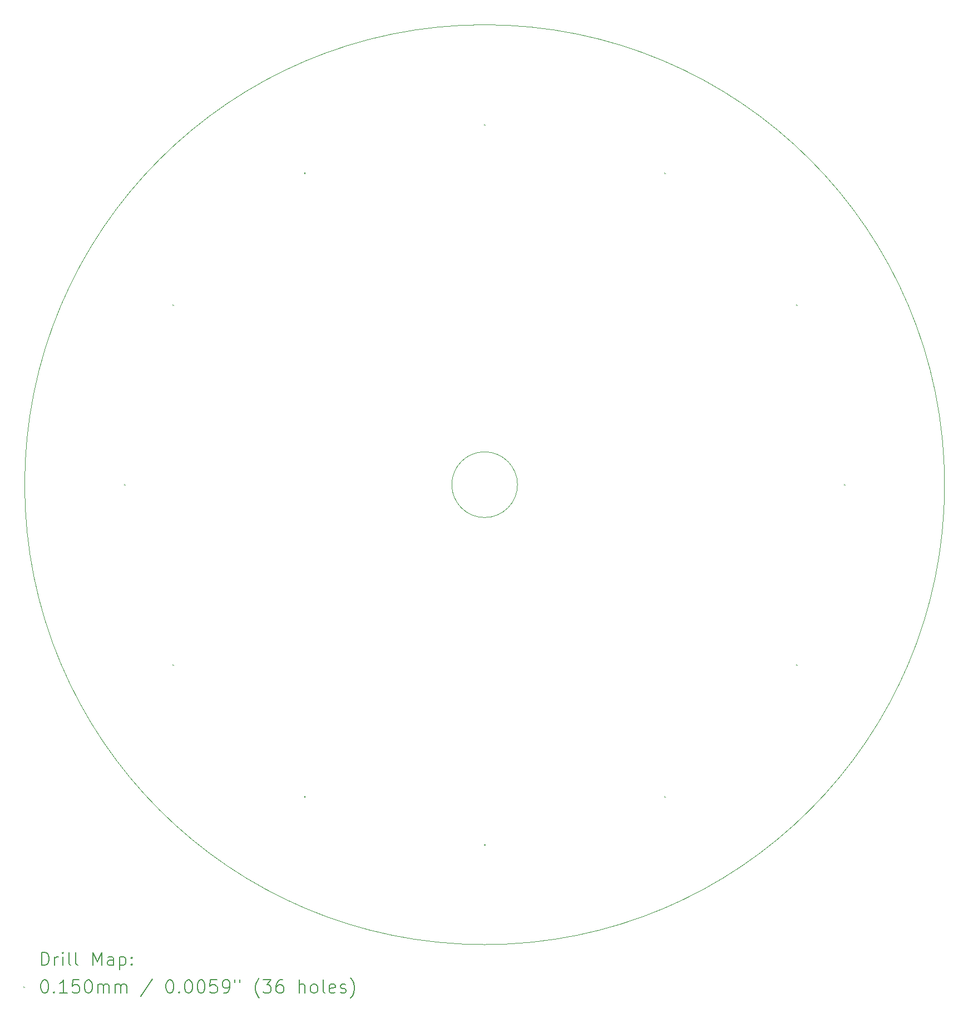
<source format=gbr>
%TF.GenerationSoftware,KiCad,Pcbnew,7.99.0-3356-g00904e8e23*%
%TF.CreationDate,2023-10-26T14:27:03+05:30*%
%TF.ProjectId,kimotor-project,6b696d6f-746f-4722-9d70-726f6a656374,rev?*%
%TF.SameCoordinates,Original*%
%TF.FileFunction,Drillmap*%
%TF.FilePolarity,Positive*%
%FSLAX45Y45*%
G04 Gerber Fmt 4.5, Leading zero omitted, Abs format (unit mm)*
G04 Created by KiCad (PCBNEW 7.99.0-3356-g00904e8e23) date 2023-10-26 14:27:03*
%MOMM*%
%LPD*%
G01*
G04 APERTURE LIST*
%ADD10C,0.100000*%
%ADD11C,0.200000*%
G04 APERTURE END LIST*
D10*
X500000Y0D02*
G75*
G02*
X500000Y0I-500000J0D01*
G01*
X7000000Y0D02*
G75*
G02*
X7000000Y0I-7000000J0D01*
G01*
X7000000Y0D02*
G75*
G02*
X7000000Y0I-7000000J0D01*
G01*
X500000Y0D02*
G75*
G02*
X500000Y0I-500000J0D01*
G01*
D11*
D10*
X-5487100Y7500D02*
X-5472100Y-7500D01*
X-5472100Y7500D02*
X-5487100Y-7500D01*
X-5487100Y7500D02*
X-5472100Y-7500D01*
X-5472100Y7500D02*
X-5487100Y-7500D01*
X-5487100Y7500D02*
X-5472100Y-7500D01*
X-5472100Y7500D02*
X-5487100Y-7500D01*
X-4752973Y2747300D02*
X-4737973Y2732300D01*
X-4737973Y2747300D02*
X-4752973Y2732300D01*
X-4752973Y2747300D02*
X-4737973Y2732300D01*
X-4737973Y2747300D02*
X-4752973Y2732300D01*
X-4752973Y2747300D02*
X-4737973Y2732300D01*
X-4737973Y2747300D02*
X-4752973Y2732300D01*
X-4752973Y-2732300D02*
X-4737973Y-2747300D01*
X-4737973Y-2732300D02*
X-4752973Y-2747300D01*
X-4752973Y-2732300D02*
X-4737973Y-2747300D01*
X-4737973Y-2732300D02*
X-4752973Y-2747300D01*
X-4752973Y-2732300D02*
X-4737973Y-2747300D01*
X-4737973Y-2732300D02*
X-4752973Y-2747300D01*
X-2747300Y4752973D02*
X-2732300Y4737973D01*
X-2732300Y4752973D02*
X-2747300Y4737973D01*
X-2747300Y4752973D02*
X-2732300Y4737973D01*
X-2732300Y4752973D02*
X-2747300Y4737973D01*
X-2747300Y4752973D02*
X-2732300Y4737973D01*
X-2732300Y4752973D02*
X-2747300Y4737973D01*
X-2747300Y-4737973D02*
X-2732300Y-4752973D01*
X-2732300Y-4737973D02*
X-2747300Y-4752973D01*
X-2747300Y-4737973D02*
X-2732300Y-4752973D01*
X-2732300Y-4737973D02*
X-2747300Y-4752973D01*
X-2747300Y-4737973D02*
X-2732300Y-4752973D01*
X-2732300Y-4737973D02*
X-2747300Y-4752973D01*
X-7500Y5487100D02*
X7500Y5472100D01*
X7500Y5487100D02*
X-7500Y5472100D01*
X-7500Y5487100D02*
X7500Y5472100D01*
X7500Y5487100D02*
X-7500Y5472100D01*
X-7500Y5487100D02*
X7500Y5472100D01*
X7500Y5487100D02*
X-7500Y5472100D01*
X-7500Y-5472100D02*
X7500Y-5487100D01*
X7500Y-5472100D02*
X-7500Y-5487100D01*
X-7500Y-5472100D02*
X7500Y-5487100D01*
X7500Y-5472100D02*
X-7500Y-5487100D01*
X-7500Y-5472100D02*
X7500Y-5487100D01*
X7500Y-5472100D02*
X-7500Y-5487100D01*
X2732300Y4752973D02*
X2747300Y4737973D01*
X2747300Y4752973D02*
X2732300Y4737973D01*
X2732300Y4752973D02*
X2747300Y4737973D01*
X2747300Y4752973D02*
X2732300Y4737973D01*
X2732300Y4752973D02*
X2747300Y4737973D01*
X2747300Y4752973D02*
X2732300Y4737973D01*
X2732300Y-4737973D02*
X2747300Y-4752973D01*
X2747300Y-4737973D02*
X2732300Y-4752973D01*
X2732300Y-4737973D02*
X2747300Y-4752973D01*
X2747300Y-4737973D02*
X2732300Y-4752973D01*
X2732300Y-4737973D02*
X2747300Y-4752973D01*
X2747300Y-4737973D02*
X2732300Y-4752973D01*
X4737973Y2747300D02*
X4752973Y2732300D01*
X4752973Y2747300D02*
X4737973Y2732300D01*
X4737973Y2747300D02*
X4752973Y2732300D01*
X4752973Y2747300D02*
X4737973Y2732300D01*
X4737973Y2747300D02*
X4752973Y2732300D01*
X4752973Y2747300D02*
X4737973Y2732300D01*
X4737973Y-2732300D02*
X4752973Y-2747300D01*
X4752973Y-2732300D02*
X4737973Y-2747300D01*
X4737973Y-2732300D02*
X4752973Y-2747300D01*
X4752973Y-2732300D02*
X4737973Y-2747300D01*
X4737973Y-2732300D02*
X4752973Y-2747300D01*
X4752973Y-2732300D02*
X4737973Y-2747300D01*
X5472100Y7500D02*
X5487100Y-7500D01*
X5487100Y7500D02*
X5472100Y-7500D01*
X5472100Y7500D02*
X5487100Y-7500D01*
X5487100Y7500D02*
X5472100Y-7500D01*
X5472100Y7500D02*
X5487100Y-7500D01*
X5487100Y7500D02*
X5472100Y-7500D01*
D11*
X-6744223Y-7316484D02*
X-6744223Y-7116484D01*
X-6744223Y-7116484D02*
X-6696604Y-7116484D01*
X-6696604Y-7116484D02*
X-6668033Y-7126008D01*
X-6668033Y-7126008D02*
X-6648985Y-7145055D01*
X-6648985Y-7145055D02*
X-6639461Y-7164103D01*
X-6639461Y-7164103D02*
X-6629937Y-7202198D01*
X-6629937Y-7202198D02*
X-6629937Y-7230769D01*
X-6629937Y-7230769D02*
X-6639461Y-7268865D01*
X-6639461Y-7268865D02*
X-6648985Y-7287912D01*
X-6648985Y-7287912D02*
X-6668033Y-7306960D01*
X-6668033Y-7306960D02*
X-6696604Y-7316484D01*
X-6696604Y-7316484D02*
X-6744223Y-7316484D01*
X-6544223Y-7316484D02*
X-6544223Y-7183150D01*
X-6544223Y-7221246D02*
X-6534699Y-7202198D01*
X-6534699Y-7202198D02*
X-6525175Y-7192674D01*
X-6525175Y-7192674D02*
X-6506128Y-7183150D01*
X-6506128Y-7183150D02*
X-6487080Y-7183150D01*
X-6420414Y-7316484D02*
X-6420414Y-7183150D01*
X-6420414Y-7116484D02*
X-6429937Y-7126008D01*
X-6429937Y-7126008D02*
X-6420414Y-7135531D01*
X-6420414Y-7135531D02*
X-6410890Y-7126008D01*
X-6410890Y-7126008D02*
X-6420414Y-7116484D01*
X-6420414Y-7116484D02*
X-6420414Y-7135531D01*
X-6296604Y-7316484D02*
X-6315652Y-7306960D01*
X-6315652Y-7306960D02*
X-6325175Y-7287912D01*
X-6325175Y-7287912D02*
X-6325175Y-7116484D01*
X-6191842Y-7316484D02*
X-6210890Y-7306960D01*
X-6210890Y-7306960D02*
X-6220414Y-7287912D01*
X-6220414Y-7287912D02*
X-6220414Y-7116484D01*
X-5963271Y-7316484D02*
X-5963271Y-7116484D01*
X-5963271Y-7116484D02*
X-5896604Y-7259341D01*
X-5896604Y-7259341D02*
X-5829937Y-7116484D01*
X-5829937Y-7116484D02*
X-5829937Y-7316484D01*
X-5648985Y-7316484D02*
X-5648985Y-7211722D01*
X-5648985Y-7211722D02*
X-5658509Y-7192674D01*
X-5658509Y-7192674D02*
X-5677556Y-7183150D01*
X-5677556Y-7183150D02*
X-5715652Y-7183150D01*
X-5715652Y-7183150D02*
X-5734699Y-7192674D01*
X-5648985Y-7306960D02*
X-5668033Y-7316484D01*
X-5668033Y-7316484D02*
X-5715652Y-7316484D01*
X-5715652Y-7316484D02*
X-5734699Y-7306960D01*
X-5734699Y-7306960D02*
X-5744223Y-7287912D01*
X-5744223Y-7287912D02*
X-5744223Y-7268865D01*
X-5744223Y-7268865D02*
X-5734699Y-7249817D01*
X-5734699Y-7249817D02*
X-5715652Y-7240293D01*
X-5715652Y-7240293D02*
X-5668033Y-7240293D01*
X-5668033Y-7240293D02*
X-5648985Y-7230769D01*
X-5553747Y-7183150D02*
X-5553747Y-7383150D01*
X-5553747Y-7192674D02*
X-5534699Y-7183150D01*
X-5534699Y-7183150D02*
X-5496604Y-7183150D01*
X-5496604Y-7183150D02*
X-5477556Y-7192674D01*
X-5477556Y-7192674D02*
X-5468033Y-7202198D01*
X-5468033Y-7202198D02*
X-5458509Y-7221246D01*
X-5458509Y-7221246D02*
X-5458509Y-7278388D01*
X-5458509Y-7278388D02*
X-5468033Y-7297436D01*
X-5468033Y-7297436D02*
X-5477556Y-7306960D01*
X-5477556Y-7306960D02*
X-5496604Y-7316484D01*
X-5496604Y-7316484D02*
X-5534699Y-7316484D01*
X-5534699Y-7316484D02*
X-5553747Y-7306960D01*
X-5372795Y-7297436D02*
X-5363271Y-7306960D01*
X-5363271Y-7306960D02*
X-5372795Y-7316484D01*
X-5372795Y-7316484D02*
X-5382318Y-7306960D01*
X-5382318Y-7306960D02*
X-5372795Y-7297436D01*
X-5372795Y-7297436D02*
X-5372795Y-7316484D01*
X-5372795Y-7192674D02*
X-5363271Y-7202198D01*
X-5363271Y-7202198D02*
X-5372795Y-7211722D01*
X-5372795Y-7211722D02*
X-5382318Y-7202198D01*
X-5382318Y-7202198D02*
X-5372795Y-7192674D01*
X-5372795Y-7192674D02*
X-5372795Y-7211722D01*
D10*
X-7020000Y-7637500D02*
X-7005000Y-7652500D01*
X-7005000Y-7637500D02*
X-7020000Y-7652500D01*
D11*
X-6706128Y-7536484D02*
X-6687080Y-7536484D01*
X-6687080Y-7536484D02*
X-6668033Y-7546008D01*
X-6668033Y-7546008D02*
X-6658509Y-7555531D01*
X-6658509Y-7555531D02*
X-6648985Y-7574579D01*
X-6648985Y-7574579D02*
X-6639461Y-7612674D01*
X-6639461Y-7612674D02*
X-6639461Y-7660293D01*
X-6639461Y-7660293D02*
X-6648985Y-7698388D01*
X-6648985Y-7698388D02*
X-6658509Y-7717436D01*
X-6658509Y-7717436D02*
X-6668033Y-7726960D01*
X-6668033Y-7726960D02*
X-6687080Y-7736484D01*
X-6687080Y-7736484D02*
X-6706128Y-7736484D01*
X-6706128Y-7736484D02*
X-6725175Y-7726960D01*
X-6725175Y-7726960D02*
X-6734699Y-7717436D01*
X-6734699Y-7717436D02*
X-6744223Y-7698388D01*
X-6744223Y-7698388D02*
X-6753747Y-7660293D01*
X-6753747Y-7660293D02*
X-6753747Y-7612674D01*
X-6753747Y-7612674D02*
X-6744223Y-7574579D01*
X-6744223Y-7574579D02*
X-6734699Y-7555531D01*
X-6734699Y-7555531D02*
X-6725175Y-7546008D01*
X-6725175Y-7546008D02*
X-6706128Y-7536484D01*
X-6553747Y-7717436D02*
X-6544223Y-7726960D01*
X-6544223Y-7726960D02*
X-6553747Y-7736484D01*
X-6553747Y-7736484D02*
X-6563271Y-7726960D01*
X-6563271Y-7726960D02*
X-6553747Y-7717436D01*
X-6553747Y-7717436D02*
X-6553747Y-7736484D01*
X-6353747Y-7736484D02*
X-6468033Y-7736484D01*
X-6410890Y-7736484D02*
X-6410890Y-7536484D01*
X-6410890Y-7536484D02*
X-6429937Y-7565055D01*
X-6429937Y-7565055D02*
X-6448985Y-7584103D01*
X-6448985Y-7584103D02*
X-6468033Y-7593627D01*
X-6172794Y-7536484D02*
X-6268033Y-7536484D01*
X-6268033Y-7536484D02*
X-6277556Y-7631722D01*
X-6277556Y-7631722D02*
X-6268033Y-7622198D01*
X-6268033Y-7622198D02*
X-6248985Y-7612674D01*
X-6248985Y-7612674D02*
X-6201366Y-7612674D01*
X-6201366Y-7612674D02*
X-6182318Y-7622198D01*
X-6182318Y-7622198D02*
X-6172794Y-7631722D01*
X-6172794Y-7631722D02*
X-6163271Y-7650769D01*
X-6163271Y-7650769D02*
X-6163271Y-7698388D01*
X-6163271Y-7698388D02*
X-6172794Y-7717436D01*
X-6172794Y-7717436D02*
X-6182318Y-7726960D01*
X-6182318Y-7726960D02*
X-6201366Y-7736484D01*
X-6201366Y-7736484D02*
X-6248985Y-7736484D01*
X-6248985Y-7736484D02*
X-6268033Y-7726960D01*
X-6268033Y-7726960D02*
X-6277556Y-7717436D01*
X-6039461Y-7536484D02*
X-6020413Y-7536484D01*
X-6020413Y-7536484D02*
X-6001366Y-7546008D01*
X-6001366Y-7546008D02*
X-5991842Y-7555531D01*
X-5991842Y-7555531D02*
X-5982318Y-7574579D01*
X-5982318Y-7574579D02*
X-5972794Y-7612674D01*
X-5972794Y-7612674D02*
X-5972794Y-7660293D01*
X-5972794Y-7660293D02*
X-5982318Y-7698388D01*
X-5982318Y-7698388D02*
X-5991842Y-7717436D01*
X-5991842Y-7717436D02*
X-6001366Y-7726960D01*
X-6001366Y-7726960D02*
X-6020413Y-7736484D01*
X-6020413Y-7736484D02*
X-6039461Y-7736484D01*
X-6039461Y-7736484D02*
X-6058509Y-7726960D01*
X-6058509Y-7726960D02*
X-6068033Y-7717436D01*
X-6068033Y-7717436D02*
X-6077556Y-7698388D01*
X-6077556Y-7698388D02*
X-6087080Y-7660293D01*
X-6087080Y-7660293D02*
X-6087080Y-7612674D01*
X-6087080Y-7612674D02*
X-6077556Y-7574579D01*
X-6077556Y-7574579D02*
X-6068033Y-7555531D01*
X-6068033Y-7555531D02*
X-6058509Y-7546008D01*
X-6058509Y-7546008D02*
X-6039461Y-7536484D01*
X-5887080Y-7736484D02*
X-5887080Y-7603150D01*
X-5887080Y-7622198D02*
X-5877556Y-7612674D01*
X-5877556Y-7612674D02*
X-5858509Y-7603150D01*
X-5858509Y-7603150D02*
X-5829937Y-7603150D01*
X-5829937Y-7603150D02*
X-5810890Y-7612674D01*
X-5810890Y-7612674D02*
X-5801366Y-7631722D01*
X-5801366Y-7631722D02*
X-5801366Y-7736484D01*
X-5801366Y-7631722D02*
X-5791842Y-7612674D01*
X-5791842Y-7612674D02*
X-5772794Y-7603150D01*
X-5772794Y-7603150D02*
X-5744223Y-7603150D01*
X-5744223Y-7603150D02*
X-5725175Y-7612674D01*
X-5725175Y-7612674D02*
X-5715652Y-7631722D01*
X-5715652Y-7631722D02*
X-5715652Y-7736484D01*
X-5620413Y-7736484D02*
X-5620413Y-7603150D01*
X-5620413Y-7622198D02*
X-5610890Y-7612674D01*
X-5610890Y-7612674D02*
X-5591842Y-7603150D01*
X-5591842Y-7603150D02*
X-5563271Y-7603150D01*
X-5563271Y-7603150D02*
X-5544223Y-7612674D01*
X-5544223Y-7612674D02*
X-5534699Y-7631722D01*
X-5534699Y-7631722D02*
X-5534699Y-7736484D01*
X-5534699Y-7631722D02*
X-5525175Y-7612674D01*
X-5525175Y-7612674D02*
X-5506128Y-7603150D01*
X-5506128Y-7603150D02*
X-5477556Y-7603150D01*
X-5477556Y-7603150D02*
X-5458509Y-7612674D01*
X-5458509Y-7612674D02*
X-5448985Y-7631722D01*
X-5448985Y-7631722D02*
X-5448985Y-7736484D01*
X-5058509Y-7526960D02*
X-5229937Y-7784103D01*
X-4801366Y-7536484D02*
X-4782318Y-7536484D01*
X-4782318Y-7536484D02*
X-4763271Y-7546008D01*
X-4763271Y-7546008D02*
X-4753747Y-7555531D01*
X-4753747Y-7555531D02*
X-4744223Y-7574579D01*
X-4744223Y-7574579D02*
X-4734699Y-7612674D01*
X-4734699Y-7612674D02*
X-4734699Y-7660293D01*
X-4734699Y-7660293D02*
X-4744223Y-7698388D01*
X-4744223Y-7698388D02*
X-4753747Y-7717436D01*
X-4753747Y-7717436D02*
X-4763271Y-7726960D01*
X-4763271Y-7726960D02*
X-4782318Y-7736484D01*
X-4782318Y-7736484D02*
X-4801366Y-7736484D01*
X-4801366Y-7736484D02*
X-4820413Y-7726960D01*
X-4820413Y-7726960D02*
X-4829937Y-7717436D01*
X-4829937Y-7717436D02*
X-4839461Y-7698388D01*
X-4839461Y-7698388D02*
X-4848985Y-7660293D01*
X-4848985Y-7660293D02*
X-4848985Y-7612674D01*
X-4848985Y-7612674D02*
X-4839461Y-7574579D01*
X-4839461Y-7574579D02*
X-4829937Y-7555531D01*
X-4829937Y-7555531D02*
X-4820413Y-7546008D01*
X-4820413Y-7546008D02*
X-4801366Y-7536484D01*
X-4648985Y-7717436D02*
X-4639461Y-7726960D01*
X-4639461Y-7726960D02*
X-4648985Y-7736484D01*
X-4648985Y-7736484D02*
X-4658509Y-7726960D01*
X-4658509Y-7726960D02*
X-4648985Y-7717436D01*
X-4648985Y-7717436D02*
X-4648985Y-7736484D01*
X-4515652Y-7536484D02*
X-4496604Y-7536484D01*
X-4496604Y-7536484D02*
X-4477556Y-7546008D01*
X-4477556Y-7546008D02*
X-4468032Y-7555531D01*
X-4468032Y-7555531D02*
X-4458509Y-7574579D01*
X-4458509Y-7574579D02*
X-4448985Y-7612674D01*
X-4448985Y-7612674D02*
X-4448985Y-7660293D01*
X-4448985Y-7660293D02*
X-4458509Y-7698388D01*
X-4458509Y-7698388D02*
X-4468032Y-7717436D01*
X-4468032Y-7717436D02*
X-4477556Y-7726960D01*
X-4477556Y-7726960D02*
X-4496604Y-7736484D01*
X-4496604Y-7736484D02*
X-4515652Y-7736484D01*
X-4515652Y-7736484D02*
X-4534699Y-7726960D01*
X-4534699Y-7726960D02*
X-4544223Y-7717436D01*
X-4544223Y-7717436D02*
X-4553747Y-7698388D01*
X-4553747Y-7698388D02*
X-4563271Y-7660293D01*
X-4563271Y-7660293D02*
X-4563271Y-7612674D01*
X-4563271Y-7612674D02*
X-4553747Y-7574579D01*
X-4553747Y-7574579D02*
X-4544223Y-7555531D01*
X-4544223Y-7555531D02*
X-4534699Y-7546008D01*
X-4534699Y-7546008D02*
X-4515652Y-7536484D01*
X-4325175Y-7536484D02*
X-4306128Y-7536484D01*
X-4306128Y-7536484D02*
X-4287080Y-7546008D01*
X-4287080Y-7546008D02*
X-4277556Y-7555531D01*
X-4277556Y-7555531D02*
X-4268032Y-7574579D01*
X-4268032Y-7574579D02*
X-4258509Y-7612674D01*
X-4258509Y-7612674D02*
X-4258509Y-7660293D01*
X-4258509Y-7660293D02*
X-4268032Y-7698388D01*
X-4268032Y-7698388D02*
X-4277556Y-7717436D01*
X-4277556Y-7717436D02*
X-4287080Y-7726960D01*
X-4287080Y-7726960D02*
X-4306128Y-7736484D01*
X-4306128Y-7736484D02*
X-4325175Y-7736484D01*
X-4325175Y-7736484D02*
X-4344223Y-7726960D01*
X-4344223Y-7726960D02*
X-4353747Y-7717436D01*
X-4353747Y-7717436D02*
X-4363271Y-7698388D01*
X-4363271Y-7698388D02*
X-4372794Y-7660293D01*
X-4372794Y-7660293D02*
X-4372794Y-7612674D01*
X-4372794Y-7612674D02*
X-4363271Y-7574579D01*
X-4363271Y-7574579D02*
X-4353747Y-7555531D01*
X-4353747Y-7555531D02*
X-4344223Y-7546008D01*
X-4344223Y-7546008D02*
X-4325175Y-7536484D01*
X-4077556Y-7536484D02*
X-4172794Y-7536484D01*
X-4172794Y-7536484D02*
X-4182318Y-7631722D01*
X-4182318Y-7631722D02*
X-4172794Y-7622198D01*
X-4172794Y-7622198D02*
X-4153747Y-7612674D01*
X-4153747Y-7612674D02*
X-4106128Y-7612674D01*
X-4106128Y-7612674D02*
X-4087080Y-7622198D01*
X-4087080Y-7622198D02*
X-4077556Y-7631722D01*
X-4077556Y-7631722D02*
X-4068032Y-7650769D01*
X-4068032Y-7650769D02*
X-4068032Y-7698388D01*
X-4068032Y-7698388D02*
X-4077556Y-7717436D01*
X-4077556Y-7717436D02*
X-4087080Y-7726960D01*
X-4087080Y-7726960D02*
X-4106128Y-7736484D01*
X-4106128Y-7736484D02*
X-4153747Y-7736484D01*
X-4153747Y-7736484D02*
X-4172794Y-7726960D01*
X-4172794Y-7726960D02*
X-4182318Y-7717436D01*
X-3972794Y-7736484D02*
X-3934699Y-7736484D01*
X-3934699Y-7736484D02*
X-3915651Y-7726960D01*
X-3915651Y-7726960D02*
X-3906128Y-7717436D01*
X-3906128Y-7717436D02*
X-3887080Y-7688865D01*
X-3887080Y-7688865D02*
X-3877556Y-7650769D01*
X-3877556Y-7650769D02*
X-3877556Y-7574579D01*
X-3877556Y-7574579D02*
X-3887080Y-7555531D01*
X-3887080Y-7555531D02*
X-3896604Y-7546008D01*
X-3896604Y-7546008D02*
X-3915651Y-7536484D01*
X-3915651Y-7536484D02*
X-3953747Y-7536484D01*
X-3953747Y-7536484D02*
X-3972794Y-7546008D01*
X-3972794Y-7546008D02*
X-3982318Y-7555531D01*
X-3982318Y-7555531D02*
X-3991842Y-7574579D01*
X-3991842Y-7574579D02*
X-3991842Y-7622198D01*
X-3991842Y-7622198D02*
X-3982318Y-7641246D01*
X-3982318Y-7641246D02*
X-3972794Y-7650769D01*
X-3972794Y-7650769D02*
X-3953747Y-7660293D01*
X-3953747Y-7660293D02*
X-3915651Y-7660293D01*
X-3915651Y-7660293D02*
X-3896604Y-7650769D01*
X-3896604Y-7650769D02*
X-3887080Y-7641246D01*
X-3887080Y-7641246D02*
X-3877556Y-7622198D01*
X-3801366Y-7536484D02*
X-3801366Y-7574579D01*
X-3725175Y-7536484D02*
X-3725175Y-7574579D01*
X-3429937Y-7812674D02*
X-3439461Y-7803150D01*
X-3439461Y-7803150D02*
X-3458508Y-7774579D01*
X-3458508Y-7774579D02*
X-3468032Y-7755531D01*
X-3468032Y-7755531D02*
X-3477556Y-7726960D01*
X-3477556Y-7726960D02*
X-3487080Y-7679341D01*
X-3487080Y-7679341D02*
X-3487080Y-7641246D01*
X-3487080Y-7641246D02*
X-3477556Y-7593627D01*
X-3477556Y-7593627D02*
X-3468032Y-7565055D01*
X-3468032Y-7565055D02*
X-3458508Y-7546008D01*
X-3458508Y-7546008D02*
X-3439461Y-7517436D01*
X-3439461Y-7517436D02*
X-3429937Y-7507912D01*
X-3372794Y-7536484D02*
X-3248985Y-7536484D01*
X-3248985Y-7536484D02*
X-3315651Y-7612674D01*
X-3315651Y-7612674D02*
X-3287080Y-7612674D01*
X-3287080Y-7612674D02*
X-3268032Y-7622198D01*
X-3268032Y-7622198D02*
X-3258508Y-7631722D01*
X-3258508Y-7631722D02*
X-3248985Y-7650769D01*
X-3248985Y-7650769D02*
X-3248985Y-7698388D01*
X-3248985Y-7698388D02*
X-3258508Y-7717436D01*
X-3258508Y-7717436D02*
X-3268032Y-7726960D01*
X-3268032Y-7726960D02*
X-3287080Y-7736484D01*
X-3287080Y-7736484D02*
X-3344223Y-7736484D01*
X-3344223Y-7736484D02*
X-3363270Y-7726960D01*
X-3363270Y-7726960D02*
X-3372794Y-7717436D01*
X-3077556Y-7536484D02*
X-3115651Y-7536484D01*
X-3115651Y-7536484D02*
X-3134699Y-7546008D01*
X-3134699Y-7546008D02*
X-3144223Y-7555531D01*
X-3144223Y-7555531D02*
X-3163270Y-7584103D01*
X-3163270Y-7584103D02*
X-3172794Y-7622198D01*
X-3172794Y-7622198D02*
X-3172794Y-7698388D01*
X-3172794Y-7698388D02*
X-3163270Y-7717436D01*
X-3163270Y-7717436D02*
X-3153747Y-7726960D01*
X-3153747Y-7726960D02*
X-3134699Y-7736484D01*
X-3134699Y-7736484D02*
X-3096604Y-7736484D01*
X-3096604Y-7736484D02*
X-3077556Y-7726960D01*
X-3077556Y-7726960D02*
X-3068032Y-7717436D01*
X-3068032Y-7717436D02*
X-3058508Y-7698388D01*
X-3058508Y-7698388D02*
X-3058508Y-7650769D01*
X-3058508Y-7650769D02*
X-3068032Y-7631722D01*
X-3068032Y-7631722D02*
X-3077556Y-7622198D01*
X-3077556Y-7622198D02*
X-3096604Y-7612674D01*
X-3096604Y-7612674D02*
X-3134699Y-7612674D01*
X-3134699Y-7612674D02*
X-3153747Y-7622198D01*
X-3153747Y-7622198D02*
X-3163270Y-7631722D01*
X-3163270Y-7631722D02*
X-3172794Y-7650769D01*
X-2820413Y-7736484D02*
X-2820413Y-7536484D01*
X-2734699Y-7736484D02*
X-2734699Y-7631722D01*
X-2734699Y-7631722D02*
X-2744223Y-7612674D01*
X-2744223Y-7612674D02*
X-2763270Y-7603150D01*
X-2763270Y-7603150D02*
X-2791842Y-7603150D01*
X-2791842Y-7603150D02*
X-2810889Y-7612674D01*
X-2810889Y-7612674D02*
X-2820413Y-7622198D01*
X-2610889Y-7736484D02*
X-2629937Y-7726960D01*
X-2629937Y-7726960D02*
X-2639461Y-7717436D01*
X-2639461Y-7717436D02*
X-2648985Y-7698388D01*
X-2648985Y-7698388D02*
X-2648985Y-7641246D01*
X-2648985Y-7641246D02*
X-2639461Y-7622198D01*
X-2639461Y-7622198D02*
X-2629937Y-7612674D01*
X-2629937Y-7612674D02*
X-2610889Y-7603150D01*
X-2610889Y-7603150D02*
X-2582318Y-7603150D01*
X-2582318Y-7603150D02*
X-2563270Y-7612674D01*
X-2563270Y-7612674D02*
X-2553747Y-7622198D01*
X-2553747Y-7622198D02*
X-2544223Y-7641246D01*
X-2544223Y-7641246D02*
X-2544223Y-7698388D01*
X-2544223Y-7698388D02*
X-2553747Y-7717436D01*
X-2553747Y-7717436D02*
X-2563270Y-7726960D01*
X-2563270Y-7726960D02*
X-2582318Y-7736484D01*
X-2582318Y-7736484D02*
X-2610889Y-7736484D01*
X-2429937Y-7736484D02*
X-2448985Y-7726960D01*
X-2448985Y-7726960D02*
X-2458508Y-7707912D01*
X-2458508Y-7707912D02*
X-2458508Y-7536484D01*
X-2277556Y-7726960D02*
X-2296604Y-7736484D01*
X-2296604Y-7736484D02*
X-2334699Y-7736484D01*
X-2334699Y-7736484D02*
X-2353747Y-7726960D01*
X-2353747Y-7726960D02*
X-2363270Y-7707912D01*
X-2363270Y-7707912D02*
X-2363270Y-7631722D01*
X-2363270Y-7631722D02*
X-2353747Y-7612674D01*
X-2353747Y-7612674D02*
X-2334699Y-7603150D01*
X-2334699Y-7603150D02*
X-2296604Y-7603150D01*
X-2296604Y-7603150D02*
X-2277556Y-7612674D01*
X-2277556Y-7612674D02*
X-2268032Y-7631722D01*
X-2268032Y-7631722D02*
X-2268032Y-7650769D01*
X-2268032Y-7650769D02*
X-2363270Y-7669817D01*
X-2191842Y-7726960D02*
X-2172794Y-7736484D01*
X-2172794Y-7736484D02*
X-2134699Y-7736484D01*
X-2134699Y-7736484D02*
X-2115651Y-7726960D01*
X-2115651Y-7726960D02*
X-2106127Y-7707912D01*
X-2106127Y-7707912D02*
X-2106127Y-7698388D01*
X-2106127Y-7698388D02*
X-2115651Y-7679341D01*
X-2115651Y-7679341D02*
X-2134699Y-7669817D01*
X-2134699Y-7669817D02*
X-2163270Y-7669817D01*
X-2163270Y-7669817D02*
X-2182318Y-7660293D01*
X-2182318Y-7660293D02*
X-2191842Y-7641246D01*
X-2191842Y-7641246D02*
X-2191842Y-7631722D01*
X-2191842Y-7631722D02*
X-2182318Y-7612674D01*
X-2182318Y-7612674D02*
X-2163270Y-7603150D01*
X-2163270Y-7603150D02*
X-2134699Y-7603150D01*
X-2134699Y-7603150D02*
X-2115651Y-7612674D01*
X-2039461Y-7812674D02*
X-2029937Y-7803150D01*
X-2029937Y-7803150D02*
X-2010889Y-7774579D01*
X-2010889Y-7774579D02*
X-2001365Y-7755531D01*
X-2001365Y-7755531D02*
X-1991842Y-7726960D01*
X-1991842Y-7726960D02*
X-1982318Y-7679341D01*
X-1982318Y-7679341D02*
X-1982318Y-7641246D01*
X-1982318Y-7641246D02*
X-1991842Y-7593627D01*
X-1991842Y-7593627D02*
X-2001365Y-7565055D01*
X-2001365Y-7565055D02*
X-2010889Y-7546008D01*
X-2010889Y-7546008D02*
X-2029937Y-7517436D01*
X-2029937Y-7517436D02*
X-2039461Y-7507912D01*
M02*

</source>
